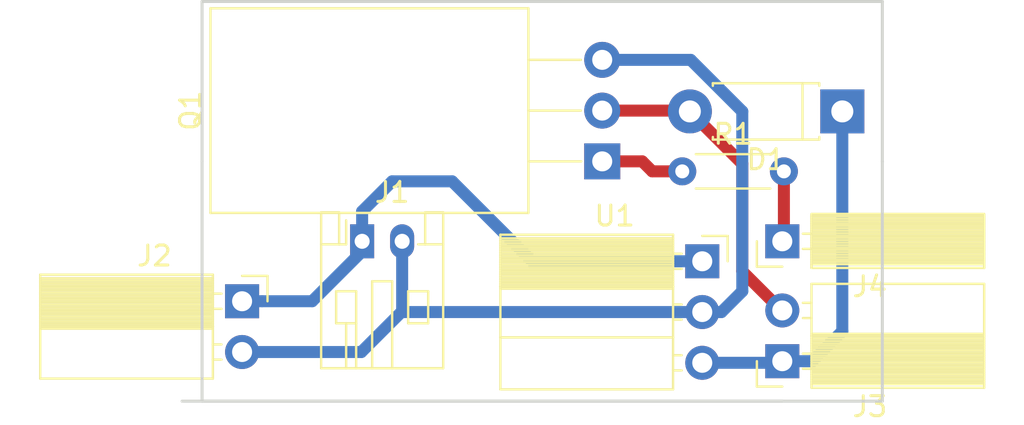
<source format=kicad_pcb>
(kicad_pcb (version 4) (host pcbnew 4.0.7)

  (general
    (links 11)
    (no_connects 0)
    (area 116.624761 88.784999 168.375239 110.625)
    (thickness 1.6)
    (drawings 7)
    (tracks 35)
    (zones 0)
    (modules 8)
    (nets 7)
  )

  (page A4)
  (layers
    (0 F.Cu signal)
    (31 B.Cu signal)
    (32 B.Adhes user)
    (33 F.Adhes user)
    (34 B.Paste user)
    (35 F.Paste user)
    (36 B.SilkS user)
    (37 F.SilkS user)
    (38 B.Mask user)
    (39 F.Mask user)
    (40 Dwgs.User user)
    (41 Cmts.User user)
    (42 Eco1.User user)
    (43 Eco2.User user)
    (44 Edge.Cuts user)
    (45 Margin user)
    (46 B.CrtYd user)
    (47 F.CrtYd user)
    (48 B.Fab user)
    (49 F.Fab user)
  )

  (setup
    (last_trace_width 0.6)
    (trace_clearance 0.4)
    (zone_clearance 0.508)
    (zone_45_only no)
    (trace_min 0.2)
    (segment_width 0.2)
    (edge_width 0.15)
    (via_size 0.6)
    (via_drill 0.4)
    (via_min_size 0.4)
    (via_min_drill 0.3)
    (uvia_size 0.3)
    (uvia_drill 0.1)
    (uvias_allowed no)
    (uvia_min_size 0.2)
    (uvia_min_drill 0.1)
    (pcb_text_width 0.3)
    (pcb_text_size 1.5 1.5)
    (mod_edge_width 0.15)
    (mod_text_size 1 1)
    (mod_text_width 0.15)
    (pad_size 1.524 1.524)
    (pad_drill 0.762)
    (pad_to_mask_clearance 0.2)
    (aux_axis_origin 0 0)
    (visible_elements FFFFFF7F)
    (pcbplotparams
      (layerselection 0x00030_80000001)
      (usegerberextensions false)
      (excludeedgelayer true)
      (linewidth 0.100000)
      (plotframeref false)
      (viasonmask false)
      (mode 1)
      (useauxorigin false)
      (hpglpennumber 1)
      (hpglpenspeed 20)
      (hpglpendiameter 15)
      (hpglpenoverlay 2)
      (psnegative false)
      (psa4output false)
      (plotreference true)
      (plotvalue true)
      (plotinvisibletext false)
      (padsonsilk false)
      (subtractmaskfromsilk false)
      (outputformat 1)
      (mirror false)
      (drillshape 1)
      (scaleselection 1)
      (outputdirectory ""))
  )

  (net 0 "")
  (net 1 +3V8)
  (net 2 GND)
  (net 3 "Net-(D1-Pad1)")
  (net 4 "Net-(D1-Pad2)")
  (net 5 "Net-(J4-Pad1)")
  (net 6 "Net-(Q1-Pad1)")

  (net_class Default "This is the default net class."
    (clearance 0.4)
    (trace_width 0.6)
    (via_dia 0.6)
    (via_drill 0.4)
    (uvia_dia 0.3)
    (uvia_drill 0.1)
    (add_net +3V8)
    (add_net GND)
    (add_net "Net-(D1-Pad1)")
    (add_net "Net-(D1-Pad2)")
    (add_net "Net-(J4-Pad1)")
    (add_net "Net-(Q1-Pad1)")
  )

  (module Connectors_JST:JST_PH_S2B-PH-K_02x2.00mm_Angled (layer F.Cu) (tedit 58D3FE32) (tstamp 5A0C6BBD)
    (at 135 101)
    (descr "JST PH series connector, S2B-PH-K, side entry type, through hole, Datasheet: http://www.jst-mfg.com/product/pdf/eng/ePH.pdf")
    (tags "connector jst ph")
    (path /5A0C656A)
    (fp_text reference J1 (at 1.5 -2.45) (layer F.SilkS)
      (effects (font (size 1 1) (thickness 0.15)))
    )
    (fp_text value Conn_01x02_Male (at 1 7.25) (layer F.Fab)
      (effects (font (size 1 1) (thickness 0.15)))
    )
    (fp_line (start 0.5 6.35) (end 0.5 2) (layer F.SilkS) (width 0.12))
    (fp_line (start 0.5 2) (end 1.5 2) (layer F.SilkS) (width 0.12))
    (fp_line (start 1.5 2) (end 1.5 6.35) (layer F.SilkS) (width 0.12))
    (fp_line (start -0.8 0.15) (end -1.15 0.15) (layer F.SilkS) (width 0.12))
    (fp_line (start -1.15 0.15) (end -1.15 -1.45) (layer F.SilkS) (width 0.12))
    (fp_line (start -1.15 -1.45) (end -2.05 -1.45) (layer F.SilkS) (width 0.12))
    (fp_line (start -2.05 -1.45) (end -2.05 6.35) (layer F.SilkS) (width 0.12))
    (fp_line (start -2.05 6.35) (end 4.05 6.35) (layer F.SilkS) (width 0.12))
    (fp_line (start 4.05 6.35) (end 4.05 -1.45) (layer F.SilkS) (width 0.12))
    (fp_line (start 4.05 -1.45) (end 3.15 -1.45) (layer F.SilkS) (width 0.12))
    (fp_line (start 3.15 -1.45) (end 3.15 0.15) (layer F.SilkS) (width 0.12))
    (fp_line (start 3.15 0.15) (end 2.8 0.15) (layer F.SilkS) (width 0.12))
    (fp_line (start -2.05 0.15) (end -1.15 0.15) (layer F.SilkS) (width 0.12))
    (fp_line (start 4.05 0.15) (end 3.15 0.15) (layer F.SilkS) (width 0.12))
    (fp_line (start -1.3 2.5) (end -1.3 4.1) (layer F.SilkS) (width 0.12))
    (fp_line (start -1.3 4.1) (end -0.3 4.1) (layer F.SilkS) (width 0.12))
    (fp_line (start -0.3 4.1) (end -0.3 2.5) (layer F.SilkS) (width 0.12))
    (fp_line (start -0.3 2.5) (end -1.3 2.5) (layer F.SilkS) (width 0.12))
    (fp_line (start 3.3 2.5) (end 3.3 4.1) (layer F.SilkS) (width 0.12))
    (fp_line (start 3.3 4.1) (end 2.3 4.1) (layer F.SilkS) (width 0.12))
    (fp_line (start 2.3 4.1) (end 2.3 2.5) (layer F.SilkS) (width 0.12))
    (fp_line (start 2.3 2.5) (end 3.3 2.5) (layer F.SilkS) (width 0.12))
    (fp_line (start -0.3 4.1) (end -0.3 6.35) (layer F.SilkS) (width 0.12))
    (fp_line (start -0.8 4.1) (end -0.8 6.35) (layer F.SilkS) (width 0.12))
    (fp_line (start -2.45 -1.85) (end -2.45 6.75) (layer F.CrtYd) (width 0.05))
    (fp_line (start -2.45 6.75) (end 4.45 6.75) (layer F.CrtYd) (width 0.05))
    (fp_line (start 4.45 6.75) (end 4.45 -1.85) (layer F.CrtYd) (width 0.05))
    (fp_line (start 4.45 -1.85) (end -2.45 -1.85) (layer F.CrtYd) (width 0.05))
    (fp_line (start -1.25 0.25) (end -1.25 -1.35) (layer F.Fab) (width 0.1))
    (fp_line (start -1.25 -1.35) (end -1.95 -1.35) (layer F.Fab) (width 0.1))
    (fp_line (start -1.95 -1.35) (end -1.95 6.25) (layer F.Fab) (width 0.1))
    (fp_line (start -1.95 6.25) (end 3.95 6.25) (layer F.Fab) (width 0.1))
    (fp_line (start 3.95 6.25) (end 3.95 -1.35) (layer F.Fab) (width 0.1))
    (fp_line (start 3.95 -1.35) (end 3.25 -1.35) (layer F.Fab) (width 0.1))
    (fp_line (start 3.25 -1.35) (end 3.25 0.25) (layer F.Fab) (width 0.1))
    (fp_line (start 3.25 0.25) (end -1.25 0.25) (layer F.Fab) (width 0.1))
    (fp_line (start -0.8 0.15) (end -0.8 -1.05) (layer F.SilkS) (width 0.12))
    (fp_line (start 0 0.85) (end -0.5 1.35) (layer F.Fab) (width 0.1))
    (fp_line (start -0.5 1.35) (end 0.5 1.35) (layer F.Fab) (width 0.1))
    (fp_line (start 0.5 1.35) (end 0 0.85) (layer F.Fab) (width 0.1))
    (fp_text user %R (at 1 2.5) (layer F.Fab)
      (effects (font (size 1 1) (thickness 0.15)))
    )
    (pad 1 thru_hole rect (at 0 0) (size 1.2 1.7) (drill 0.75) (layers *.Cu *.Mask)
      (net 1 +3V8))
    (pad 2 thru_hole oval (at 2 0) (size 1.2 1.7) (drill 0.75) (layers *.Cu *.Mask)
      (net 2 GND))
    (model ${KISYS3DMOD}/Connectors_JST.3dshapes/JST_PH_S2B-PH-K_02x2.00mm_Angled.wrl
      (at (xyz 0 0 0))
      (scale (xyz 1 1 1))
      (rotate (xyz 0 0 0))
    )
  )

  (module Socket_Strips:Socket_Strip_Angled_1x02_Pitch2.54mm (layer F.Cu) (tedit 58CD5446) (tstamp 5A0C6BFC)
    (at 129 104)
    (descr "Through hole angled socket strip, 1x02, 2.54mm pitch, 8.51mm socket length, single row")
    (tags "Through hole angled socket strip THT 1x02 2.54mm single row")
    (path /5A0C658C)
    (fp_text reference J2 (at -4.38 -2.27) (layer F.SilkS)
      (effects (font (size 1 1) (thickness 0.15)))
    )
    (fp_text value Conn_01x02_Female (at -4.38 4.81) (layer F.Fab)
      (effects (font (size 1 1) (thickness 0.15)))
    )
    (fp_line (start -1.52 -1.27) (end -1.52 1.27) (layer F.Fab) (width 0.1))
    (fp_line (start -1.52 1.27) (end -10.03 1.27) (layer F.Fab) (width 0.1))
    (fp_line (start -10.03 1.27) (end -10.03 -1.27) (layer F.Fab) (width 0.1))
    (fp_line (start -10.03 -1.27) (end -1.52 -1.27) (layer F.Fab) (width 0.1))
    (fp_line (start 0 -0.32) (end 0 0.32) (layer F.Fab) (width 0.1))
    (fp_line (start 0 0.32) (end -1.52 0.32) (layer F.Fab) (width 0.1))
    (fp_line (start -1.52 0.32) (end -1.52 -0.32) (layer F.Fab) (width 0.1))
    (fp_line (start -1.52 -0.32) (end 0 -0.32) (layer F.Fab) (width 0.1))
    (fp_line (start -1.52 1.27) (end -1.52 3.81) (layer F.Fab) (width 0.1))
    (fp_line (start -1.52 3.81) (end -10.03 3.81) (layer F.Fab) (width 0.1))
    (fp_line (start -10.03 3.81) (end -10.03 1.27) (layer F.Fab) (width 0.1))
    (fp_line (start -10.03 1.27) (end -1.52 1.27) (layer F.Fab) (width 0.1))
    (fp_line (start 0 2.22) (end 0 2.86) (layer F.Fab) (width 0.1))
    (fp_line (start 0 2.86) (end -1.52 2.86) (layer F.Fab) (width 0.1))
    (fp_line (start -1.52 2.86) (end -1.52 2.22) (layer F.Fab) (width 0.1))
    (fp_line (start -1.52 2.22) (end 0 2.22) (layer F.Fab) (width 0.1))
    (fp_line (start -1.46 -1.33) (end -1.46 1.27) (layer F.SilkS) (width 0.12))
    (fp_line (start -1.46 1.27) (end -10.09 1.27) (layer F.SilkS) (width 0.12))
    (fp_line (start -10.09 1.27) (end -10.09 -1.33) (layer F.SilkS) (width 0.12))
    (fp_line (start -10.09 -1.33) (end -1.46 -1.33) (layer F.SilkS) (width 0.12))
    (fp_line (start -1.03 -0.38) (end -1.46 -0.38) (layer F.SilkS) (width 0.12))
    (fp_line (start -1.03 0.38) (end -1.46 0.38) (layer F.SilkS) (width 0.12))
    (fp_line (start -1.46 -1.15) (end -10.09 -1.15) (layer F.SilkS) (width 0.12))
    (fp_line (start -1.46 -1.03) (end -10.09 -1.03) (layer F.SilkS) (width 0.12))
    (fp_line (start -1.46 -0.91) (end -10.09 -0.91) (layer F.SilkS) (width 0.12))
    (fp_line (start -1.46 -0.79) (end -10.09 -0.79) (layer F.SilkS) (width 0.12))
    (fp_line (start -1.46 -0.67) (end -10.09 -0.67) (layer F.SilkS) (width 0.12))
    (fp_line (start -1.46 -0.55) (end -10.09 -0.55) (layer F.SilkS) (width 0.12))
    (fp_line (start -1.46 -0.43) (end -10.09 -0.43) (layer F.SilkS) (width 0.12))
    (fp_line (start -1.46 -0.31) (end -10.09 -0.31) (layer F.SilkS) (width 0.12))
    (fp_line (start -1.46 -0.19) (end -10.09 -0.19) (layer F.SilkS) (width 0.12))
    (fp_line (start -1.46 -0.07) (end -10.09 -0.07) (layer F.SilkS) (width 0.12))
    (fp_line (start -1.46 0.05) (end -10.09 0.05) (layer F.SilkS) (width 0.12))
    (fp_line (start -1.46 0.17) (end -10.09 0.17) (layer F.SilkS) (width 0.12))
    (fp_line (start -1.46 0.29) (end -10.09 0.29) (layer F.SilkS) (width 0.12))
    (fp_line (start -1.46 0.41) (end -10.09 0.41) (layer F.SilkS) (width 0.12))
    (fp_line (start -1.46 0.53) (end -10.09 0.53) (layer F.SilkS) (width 0.12))
    (fp_line (start -1.46 0.65) (end -10.09 0.65) (layer F.SilkS) (width 0.12))
    (fp_line (start -1.46 0.77) (end -10.09 0.77) (layer F.SilkS) (width 0.12))
    (fp_line (start -1.46 0.89) (end -10.09 0.89) (layer F.SilkS) (width 0.12))
    (fp_line (start -1.46 1.01) (end -10.09 1.01) (layer F.SilkS) (width 0.12))
    (fp_line (start -1.46 1.13) (end -10.09 1.13) (layer F.SilkS) (width 0.12))
    (fp_line (start -1.46 1.25) (end -10.09 1.25) (layer F.SilkS) (width 0.12))
    (fp_line (start -1.46 1.37) (end -10.09 1.37) (layer F.SilkS) (width 0.12))
    (fp_line (start -1.46 1.27) (end -1.46 3.87) (layer F.SilkS) (width 0.12))
    (fp_line (start -1.46 3.87) (end -10.09 3.87) (layer F.SilkS) (width 0.12))
    (fp_line (start -10.09 3.87) (end -10.09 1.27) (layer F.SilkS) (width 0.12))
    (fp_line (start -10.09 1.27) (end -1.46 1.27) (layer F.SilkS) (width 0.12))
    (fp_line (start -1.03 2.16) (end -1.46 2.16) (layer F.SilkS) (width 0.12))
    (fp_line (start -1.03 2.92) (end -1.46 2.92) (layer F.SilkS) (width 0.12))
    (fp_line (start 0 -1.27) (end 1.27 -1.27) (layer F.SilkS) (width 0.12))
    (fp_line (start 1.27 -1.27) (end 1.27 0) (layer F.SilkS) (width 0.12))
    (fp_line (start 1.8 -1.8) (end 1.8 4.35) (layer F.CrtYd) (width 0.05))
    (fp_line (start 1.8 4.35) (end -10.55 4.35) (layer F.CrtYd) (width 0.05))
    (fp_line (start -10.55 4.35) (end -10.55 -1.8) (layer F.CrtYd) (width 0.05))
    (fp_line (start -10.55 -1.8) (end 1.8 -1.8) (layer F.CrtYd) (width 0.05))
    (fp_text user %R (at -4.38 -2.27) (layer F.Fab)
      (effects (font (size 1 1) (thickness 0.15)))
    )
    (pad 1 thru_hole rect (at 0 0) (size 1.7 1.7) (drill 1) (layers *.Cu *.Mask)
      (net 1 +3V8))
    (pad 2 thru_hole oval (at 0 2.54) (size 1.7 1.7) (drill 1) (layers *.Cu *.Mask)
      (net 2 GND))
    (model ${KISYS3DMOD}/Socket_Strips.3dshapes/Socket_Strip_Angled_1x02_Pitch2.54mm.wrl
      (at (xyz 0 -0.05 0))
      (scale (xyz 1 1 1))
      (rotate (xyz 0 0 270))
    )
  )

  (module Socket_Strips:Socket_Strip_Angled_1x02_Pitch2.54mm (layer F.Cu) (tedit 58CD5446) (tstamp 5A0C6C3B)
    (at 156 107 180)
    (descr "Through hole angled socket strip, 1x02, 2.54mm pitch, 8.51mm socket length, single row")
    (tags "Through hole angled socket strip THT 1x02 2.54mm single row")
    (path /5A0C65C2)
    (fp_text reference J3 (at -4.38 -2.27 180) (layer F.SilkS)
      (effects (font (size 1 1) (thickness 0.15)))
    )
    (fp_text value Conn_01x02_Female (at -4.38 4.81 180) (layer F.Fab)
      (effects (font (size 1 1) (thickness 0.15)))
    )
    (fp_line (start -1.52 -1.27) (end -1.52 1.27) (layer F.Fab) (width 0.1))
    (fp_line (start -1.52 1.27) (end -10.03 1.27) (layer F.Fab) (width 0.1))
    (fp_line (start -10.03 1.27) (end -10.03 -1.27) (layer F.Fab) (width 0.1))
    (fp_line (start -10.03 -1.27) (end -1.52 -1.27) (layer F.Fab) (width 0.1))
    (fp_line (start 0 -0.32) (end 0 0.32) (layer F.Fab) (width 0.1))
    (fp_line (start 0 0.32) (end -1.52 0.32) (layer F.Fab) (width 0.1))
    (fp_line (start -1.52 0.32) (end -1.52 -0.32) (layer F.Fab) (width 0.1))
    (fp_line (start -1.52 -0.32) (end 0 -0.32) (layer F.Fab) (width 0.1))
    (fp_line (start -1.52 1.27) (end -1.52 3.81) (layer F.Fab) (width 0.1))
    (fp_line (start -1.52 3.81) (end -10.03 3.81) (layer F.Fab) (width 0.1))
    (fp_line (start -10.03 3.81) (end -10.03 1.27) (layer F.Fab) (width 0.1))
    (fp_line (start -10.03 1.27) (end -1.52 1.27) (layer F.Fab) (width 0.1))
    (fp_line (start 0 2.22) (end 0 2.86) (layer F.Fab) (width 0.1))
    (fp_line (start 0 2.86) (end -1.52 2.86) (layer F.Fab) (width 0.1))
    (fp_line (start -1.52 2.86) (end -1.52 2.22) (layer F.Fab) (width 0.1))
    (fp_line (start -1.52 2.22) (end 0 2.22) (layer F.Fab) (width 0.1))
    (fp_line (start -1.46 -1.33) (end -1.46 1.27) (layer F.SilkS) (width 0.12))
    (fp_line (start -1.46 1.27) (end -10.09 1.27) (layer F.SilkS) (width 0.12))
    (fp_line (start -10.09 1.27) (end -10.09 -1.33) (layer F.SilkS) (width 0.12))
    (fp_line (start -10.09 -1.33) (end -1.46 -1.33) (layer F.SilkS) (width 0.12))
    (fp_line (start -1.03 -0.38) (end -1.46 -0.38) (layer F.SilkS) (width 0.12))
    (fp_line (start -1.03 0.38) (end -1.46 0.38) (layer F.SilkS) (width 0.12))
    (fp_line (start -1.46 -1.15) (end -10.09 -1.15) (layer F.SilkS) (width 0.12))
    (fp_line (start -1.46 -1.03) (end -10.09 -1.03) (layer F.SilkS) (width 0.12))
    (fp_line (start -1.46 -0.91) (end -10.09 -0.91) (layer F.SilkS) (width 0.12))
    (fp_line (start -1.46 -0.79) (end -10.09 -0.79) (layer F.SilkS) (width 0.12))
    (fp_line (start -1.46 -0.67) (end -10.09 -0.67) (layer F.SilkS) (width 0.12))
    (fp_line (start -1.46 -0.55) (end -10.09 -0.55) (layer F.SilkS) (width 0.12))
    (fp_line (start -1.46 -0.43) (end -10.09 -0.43) (layer F.SilkS) (width 0.12))
    (fp_line (start -1.46 -0.31) (end -10.09 -0.31) (layer F.SilkS) (width 0.12))
    (fp_line (start -1.46 -0.19) (end -10.09 -0.19) (layer F.SilkS) (width 0.12))
    (fp_line (start -1.46 -0.07) (end -10.09 -0.07) (layer F.SilkS) (width 0.12))
    (fp_line (start -1.46 0.05) (end -10.09 0.05) (layer F.SilkS) (width 0.12))
    (fp_line (start -1.46 0.17) (end -10.09 0.17) (layer F.SilkS) (width 0.12))
    (fp_line (start -1.46 0.29) (end -10.09 0.29) (layer F.SilkS) (width 0.12))
    (fp_line (start -1.46 0.41) (end -10.09 0.41) (layer F.SilkS) (width 0.12))
    (fp_line (start -1.46 0.53) (end -10.09 0.53) (layer F.SilkS) (width 0.12))
    (fp_line (start -1.46 0.65) (end -10.09 0.65) (layer F.SilkS) (width 0.12))
    (fp_line (start -1.46 0.77) (end -10.09 0.77) (layer F.SilkS) (width 0.12))
    (fp_line (start -1.46 0.89) (end -10.09 0.89) (layer F.SilkS) (width 0.12))
    (fp_line (start -1.46 1.01) (end -10.09 1.01) (layer F.SilkS) (width 0.12))
    (fp_line (start -1.46 1.13) (end -10.09 1.13) (layer F.SilkS) (width 0.12))
    (fp_line (start -1.46 1.25) (end -10.09 1.25) (layer F.SilkS) (width 0.12))
    (fp_line (start -1.46 1.37) (end -10.09 1.37) (layer F.SilkS) (width 0.12))
    (fp_line (start -1.46 1.27) (end -1.46 3.87) (layer F.SilkS) (width 0.12))
    (fp_line (start -1.46 3.87) (end -10.09 3.87) (layer F.SilkS) (width 0.12))
    (fp_line (start -10.09 3.87) (end -10.09 1.27) (layer F.SilkS) (width 0.12))
    (fp_line (start -10.09 1.27) (end -1.46 1.27) (layer F.SilkS) (width 0.12))
    (fp_line (start -1.03 2.16) (end -1.46 2.16) (layer F.SilkS) (width 0.12))
    (fp_line (start -1.03 2.92) (end -1.46 2.92) (layer F.SilkS) (width 0.12))
    (fp_line (start 0 -1.27) (end 1.27 -1.27) (layer F.SilkS) (width 0.12))
    (fp_line (start 1.27 -1.27) (end 1.27 0) (layer F.SilkS) (width 0.12))
    (fp_line (start 1.8 -1.8) (end 1.8 4.35) (layer F.CrtYd) (width 0.05))
    (fp_line (start 1.8 4.35) (end -10.55 4.35) (layer F.CrtYd) (width 0.05))
    (fp_line (start -10.55 4.35) (end -10.55 -1.8) (layer F.CrtYd) (width 0.05))
    (fp_line (start -10.55 -1.8) (end 1.8 -1.8) (layer F.CrtYd) (width 0.05))
    (fp_text user %R (at -4.38 -2.27 180) (layer F.Fab)
      (effects (font (size 1 1) (thickness 0.15)))
    )
    (pad 1 thru_hole rect (at 0 0 180) (size 1.7 1.7) (drill 1) (layers *.Cu *.Mask)
      (net 3 "Net-(D1-Pad1)"))
    (pad 2 thru_hole oval (at 0 2.54 180) (size 1.7 1.7) (drill 1) (layers *.Cu *.Mask)
      (net 4 "Net-(D1-Pad2)"))
    (model ${KISYS3DMOD}/Socket_Strips.3dshapes/Socket_Strip_Angled_1x02_Pitch2.54mm.wrl
      (at (xyz 0 -0.05 0))
      (scale (xyz 1 1 1))
      (rotate (xyz 0 0 270))
    )
  )

  (module Socket_Strips:Socket_Strip_Angled_1x03_Pitch2.54mm (layer F.Cu) (tedit 58CD5446) (tstamp 5A0C6C89)
    (at 152 102)
    (descr "Through hole angled socket strip, 1x03, 2.54mm pitch, 8.51mm socket length, single row")
    (tags "Through hole angled socket strip THT 1x03 2.54mm single row")
    (path /5A0E19DF)
    (fp_text reference U1 (at -4.38 -2.27) (layer F.SilkS)
      (effects (font (size 1 1) (thickness 0.15)))
    )
    (fp_text value NCP1402 (at -4.38 7.35) (layer F.Fab)
      (effects (font (size 1 1) (thickness 0.15)))
    )
    (fp_line (start -1.52 -1.27) (end -1.52 1.27) (layer F.Fab) (width 0.1))
    (fp_line (start -1.52 1.27) (end -10.03 1.27) (layer F.Fab) (width 0.1))
    (fp_line (start -10.03 1.27) (end -10.03 -1.27) (layer F.Fab) (width 0.1))
    (fp_line (start -10.03 -1.27) (end -1.52 -1.27) (layer F.Fab) (width 0.1))
    (fp_line (start 0 -0.32) (end 0 0.32) (layer F.Fab) (width 0.1))
    (fp_line (start 0 0.32) (end -1.52 0.32) (layer F.Fab) (width 0.1))
    (fp_line (start -1.52 0.32) (end -1.52 -0.32) (layer F.Fab) (width 0.1))
    (fp_line (start -1.52 -0.32) (end 0 -0.32) (layer F.Fab) (width 0.1))
    (fp_line (start -1.52 1.27) (end -1.52 3.81) (layer F.Fab) (width 0.1))
    (fp_line (start -1.52 3.81) (end -10.03 3.81) (layer F.Fab) (width 0.1))
    (fp_line (start -10.03 3.81) (end -10.03 1.27) (layer F.Fab) (width 0.1))
    (fp_line (start -10.03 1.27) (end -1.52 1.27) (layer F.Fab) (width 0.1))
    (fp_line (start 0 2.22) (end 0 2.86) (layer F.Fab) (width 0.1))
    (fp_line (start 0 2.86) (end -1.52 2.86) (layer F.Fab) (width 0.1))
    (fp_line (start -1.52 2.86) (end -1.52 2.22) (layer F.Fab) (width 0.1))
    (fp_line (start -1.52 2.22) (end 0 2.22) (layer F.Fab) (width 0.1))
    (fp_line (start -1.52 3.81) (end -1.52 6.35) (layer F.Fab) (width 0.1))
    (fp_line (start -1.52 6.35) (end -10.03 6.35) (layer F.Fab) (width 0.1))
    (fp_line (start -10.03 6.35) (end -10.03 3.81) (layer F.Fab) (width 0.1))
    (fp_line (start -10.03 3.81) (end -1.52 3.81) (layer F.Fab) (width 0.1))
    (fp_line (start 0 4.76) (end 0 5.4) (layer F.Fab) (width 0.1))
    (fp_line (start 0 5.4) (end -1.52 5.4) (layer F.Fab) (width 0.1))
    (fp_line (start -1.52 5.4) (end -1.52 4.76) (layer F.Fab) (width 0.1))
    (fp_line (start -1.52 4.76) (end 0 4.76) (layer F.Fab) (width 0.1))
    (fp_line (start -1.46 -1.33) (end -1.46 1.27) (layer F.SilkS) (width 0.12))
    (fp_line (start -1.46 1.27) (end -10.09 1.27) (layer F.SilkS) (width 0.12))
    (fp_line (start -10.09 1.27) (end -10.09 -1.33) (layer F.SilkS) (width 0.12))
    (fp_line (start -10.09 -1.33) (end -1.46 -1.33) (layer F.SilkS) (width 0.12))
    (fp_line (start -1.03 -0.38) (end -1.46 -0.38) (layer F.SilkS) (width 0.12))
    (fp_line (start -1.03 0.38) (end -1.46 0.38) (layer F.SilkS) (width 0.12))
    (fp_line (start -1.46 -1.15) (end -10.09 -1.15) (layer F.SilkS) (width 0.12))
    (fp_line (start -1.46 -1.03) (end -10.09 -1.03) (layer F.SilkS) (width 0.12))
    (fp_line (start -1.46 -0.91) (end -10.09 -0.91) (layer F.SilkS) (width 0.12))
    (fp_line (start -1.46 -0.79) (end -10.09 -0.79) (layer F.SilkS) (width 0.12))
    (fp_line (start -1.46 -0.67) (end -10.09 -0.67) (layer F.SilkS) (width 0.12))
    (fp_line (start -1.46 -0.55) (end -10.09 -0.55) (layer F.SilkS) (width 0.12))
    (fp_line (start -1.46 -0.43) (end -10.09 -0.43) (layer F.SilkS) (width 0.12))
    (fp_line (start -1.46 -0.31) (end -10.09 -0.31) (layer F.SilkS) (width 0.12))
    (fp_line (start -1.46 -0.19) (end -10.09 -0.19) (layer F.SilkS) (width 0.12))
    (fp_line (start -1.46 -0.07) (end -10.09 -0.07) (layer F.SilkS) (width 0.12))
    (fp_line (start -1.46 0.05) (end -10.09 0.05) (layer F.SilkS) (width 0.12))
    (fp_line (start -1.46 0.17) (end -10.09 0.17) (layer F.SilkS) (width 0.12))
    (fp_line (start -1.46 0.29) (end -10.09 0.29) (layer F.SilkS) (width 0.12))
    (fp_line (start -1.46 0.41) (end -10.09 0.41) (layer F.SilkS) (width 0.12))
    (fp_line (start -1.46 0.53) (end -10.09 0.53) (layer F.SilkS) (width 0.12))
    (fp_line (start -1.46 0.65) (end -10.09 0.65) (layer F.SilkS) (width 0.12))
    (fp_line (start -1.46 0.77) (end -10.09 0.77) (layer F.SilkS) (width 0.12))
    (fp_line (start -1.46 0.89) (end -10.09 0.89) (layer F.SilkS) (width 0.12))
    (fp_line (start -1.46 1.01) (end -10.09 1.01) (layer F.SilkS) (width 0.12))
    (fp_line (start -1.46 1.13) (end -10.09 1.13) (layer F.SilkS) (width 0.12))
    (fp_line (start -1.46 1.25) (end -10.09 1.25) (layer F.SilkS) (width 0.12))
    (fp_line (start -1.46 1.37) (end -10.09 1.37) (layer F.SilkS) (width 0.12))
    (fp_line (start -1.46 1.27) (end -1.46 3.81) (layer F.SilkS) (width 0.12))
    (fp_line (start -1.46 3.81) (end -10.09 3.81) (layer F.SilkS) (width 0.12))
    (fp_line (start -10.09 3.81) (end -10.09 1.27) (layer F.SilkS) (width 0.12))
    (fp_line (start -10.09 1.27) (end -1.46 1.27) (layer F.SilkS) (width 0.12))
    (fp_line (start -1.03 2.16) (end -1.46 2.16) (layer F.SilkS) (width 0.12))
    (fp_line (start -1.03 2.92) (end -1.46 2.92) (layer F.SilkS) (width 0.12))
    (fp_line (start -1.46 3.81) (end -1.46 6.41) (layer F.SilkS) (width 0.12))
    (fp_line (start -1.46 6.41) (end -10.09 6.41) (layer F.SilkS) (width 0.12))
    (fp_line (start -10.09 6.41) (end -10.09 3.81) (layer F.SilkS) (width 0.12))
    (fp_line (start -10.09 3.81) (end -1.46 3.81) (layer F.SilkS) (width 0.12))
    (fp_line (start -1.03 4.7) (end -1.46 4.7) (layer F.SilkS) (width 0.12))
    (fp_line (start -1.03 5.46) (end -1.46 5.46) (layer F.SilkS) (width 0.12))
    (fp_line (start 0 -1.27) (end 1.27 -1.27) (layer F.SilkS) (width 0.12))
    (fp_line (start 1.27 -1.27) (end 1.27 0) (layer F.SilkS) (width 0.12))
    (fp_line (start 1.8 -1.8) (end 1.8 6.85) (layer F.CrtYd) (width 0.05))
    (fp_line (start 1.8 6.85) (end -10.55 6.85) (layer F.CrtYd) (width 0.05))
    (fp_line (start -10.55 6.85) (end -10.55 -1.8) (layer F.CrtYd) (width 0.05))
    (fp_line (start -10.55 -1.8) (end 1.8 -1.8) (layer F.CrtYd) (width 0.05))
    (fp_text user %R (at -4.38 -2.27) (layer F.Fab)
      (effects (font (size 1 1) (thickness 0.15)))
    )
    (pad 1 thru_hole rect (at 0 0) (size 1.7 1.7) (drill 1) (layers *.Cu *.Mask)
      (net 1 +3V8))
    (pad 2 thru_hole oval (at 0 2.54) (size 1.7 1.7) (drill 1) (layers *.Cu *.Mask)
      (net 2 GND))
    (pad 3 thru_hole oval (at 0 5.08) (size 1.7 1.7) (drill 1) (layers *.Cu *.Mask)
      (net 3 "Net-(D1-Pad1)"))
    (model ${KISYS3DMOD}/Socket_Strips.3dshapes/Socket_Strip_Angled_1x03_Pitch2.54mm.wrl
      (at (xyz 0 -0.1 0))
      (scale (xyz 1 1 1))
      (rotate (xyz 0 0 270))
    )
  )

  (module Diodes_THT:D_DO-41_SOD81_P7.62mm_Horizontal (layer F.Cu) (tedit 5921392F) (tstamp 5A0E130E)
    (at 159 94.5 180)
    (descr "D, DO-41_SOD81 series, Axial, Horizontal, pin pitch=7.62mm, , length*diameter=5.2*2.7mm^2, , http://www.diodes.com/_files/packages/DO-41%20(Plastic).pdf")
    (tags "D DO-41_SOD81 series Axial Horizontal pin pitch 7.62mm  length 5.2mm diameter 2.7mm")
    (path /5A0E0EBF)
    (fp_text reference D1 (at 3.81 -2.41 180) (layer F.SilkS)
      (effects (font (size 1 1) (thickness 0.15)))
    )
    (fp_text value D (at 3.81 2.41 180) (layer F.Fab)
      (effects (font (size 1 1) (thickness 0.15)))
    )
    (fp_text user %R (at 3.81 0 180) (layer F.Fab)
      (effects (font (size 1 1) (thickness 0.15)))
    )
    (fp_line (start 1.21 -1.35) (end 1.21 1.35) (layer F.Fab) (width 0.1))
    (fp_line (start 1.21 1.35) (end 6.41 1.35) (layer F.Fab) (width 0.1))
    (fp_line (start 6.41 1.35) (end 6.41 -1.35) (layer F.Fab) (width 0.1))
    (fp_line (start 6.41 -1.35) (end 1.21 -1.35) (layer F.Fab) (width 0.1))
    (fp_line (start 0 0) (end 1.21 0) (layer F.Fab) (width 0.1))
    (fp_line (start 7.62 0) (end 6.41 0) (layer F.Fab) (width 0.1))
    (fp_line (start 1.99 -1.35) (end 1.99 1.35) (layer F.Fab) (width 0.1))
    (fp_line (start 1.15 -1.28) (end 1.15 -1.41) (layer F.SilkS) (width 0.12))
    (fp_line (start 1.15 -1.41) (end 6.47 -1.41) (layer F.SilkS) (width 0.12))
    (fp_line (start 6.47 -1.41) (end 6.47 -1.28) (layer F.SilkS) (width 0.12))
    (fp_line (start 1.15 1.28) (end 1.15 1.41) (layer F.SilkS) (width 0.12))
    (fp_line (start 1.15 1.41) (end 6.47 1.41) (layer F.SilkS) (width 0.12))
    (fp_line (start 6.47 1.41) (end 6.47 1.28) (layer F.SilkS) (width 0.12))
    (fp_line (start 1.99 -1.41) (end 1.99 1.41) (layer F.SilkS) (width 0.12))
    (fp_line (start -1.35 -1.7) (end -1.35 1.7) (layer F.CrtYd) (width 0.05))
    (fp_line (start -1.35 1.7) (end 9 1.7) (layer F.CrtYd) (width 0.05))
    (fp_line (start 9 1.7) (end 9 -1.7) (layer F.CrtYd) (width 0.05))
    (fp_line (start 9 -1.7) (end -1.35 -1.7) (layer F.CrtYd) (width 0.05))
    (pad 1 thru_hole rect (at 0 0 180) (size 2.2 2.2) (drill 1.1) (layers *.Cu *.Mask)
      (net 3 "Net-(D1-Pad1)"))
    (pad 2 thru_hole oval (at 7.62 0 180) (size 2.2 2.2) (drill 1.1) (layers *.Cu *.Mask)
      (net 4 "Net-(D1-Pad2)"))
    (model ${KISYS3DMOD}/Diodes_THT.3dshapes/D_DO-41_SOD81_P7.62mm_Horizontal.wrl
      (at (xyz 0 0 0))
      (scale (xyz 0.393701 0.393701 0.393701))
      (rotate (xyz 0 0 0))
    )
  )

  (module Socket_Strips:Socket_Strip_Angled_1x01_Pitch2.54mm (layer F.Cu) (tedit 58CD5446) (tstamp 5A0E1342)
    (at 156 101 180)
    (descr "Through hole angled socket strip, 1x01, 2.54mm pitch, 8.51mm socket length, single row")
    (tags "Through hole angled socket strip THT 1x01 2.54mm single row")
    (path /5A0E0D78)
    (fp_text reference J4 (at -4.38 -2.27 180) (layer F.SilkS)
      (effects (font (size 1 1) (thickness 0.15)))
    )
    (fp_text value Conn_01x01_Male (at -4.38 2.27 180) (layer F.Fab)
      (effects (font (size 1 1) (thickness 0.15)))
    )
    (fp_line (start -1.52 -1.27) (end -1.52 1.27) (layer F.Fab) (width 0.1))
    (fp_line (start -1.52 1.27) (end -10.03 1.27) (layer F.Fab) (width 0.1))
    (fp_line (start -10.03 1.27) (end -10.03 -1.27) (layer F.Fab) (width 0.1))
    (fp_line (start -10.03 -1.27) (end -1.52 -1.27) (layer F.Fab) (width 0.1))
    (fp_line (start 0 -0.32) (end 0 0.32) (layer F.Fab) (width 0.1))
    (fp_line (start 0 0.32) (end -1.52 0.32) (layer F.Fab) (width 0.1))
    (fp_line (start -1.52 0.32) (end -1.52 -0.32) (layer F.Fab) (width 0.1))
    (fp_line (start -1.52 -0.32) (end 0 -0.32) (layer F.Fab) (width 0.1))
    (fp_line (start -1.46 -1.33) (end -1.46 1.33) (layer F.SilkS) (width 0.12))
    (fp_line (start -1.46 1.33) (end -10.09 1.33) (layer F.SilkS) (width 0.12))
    (fp_line (start -10.09 1.33) (end -10.09 -1.33) (layer F.SilkS) (width 0.12))
    (fp_line (start -10.09 -1.33) (end -1.46 -1.33) (layer F.SilkS) (width 0.12))
    (fp_line (start -1.46 -1.33) (end -1.46 1.27) (layer F.SilkS) (width 0.12))
    (fp_line (start -1.46 1.27) (end -10.09 1.27) (layer F.SilkS) (width 0.12))
    (fp_line (start -10.09 1.27) (end -10.09 -1.33) (layer F.SilkS) (width 0.12))
    (fp_line (start -10.09 -1.33) (end -1.46 -1.33) (layer F.SilkS) (width 0.12))
    (fp_line (start -1.03 -0.38) (end -1.46 -0.38) (layer F.SilkS) (width 0.12))
    (fp_line (start -1.03 0.38) (end -1.46 0.38) (layer F.SilkS) (width 0.12))
    (fp_line (start -1.46 -1.15) (end -10.09 -1.15) (layer F.SilkS) (width 0.12))
    (fp_line (start -1.46 -1.03) (end -10.09 -1.03) (layer F.SilkS) (width 0.12))
    (fp_line (start -1.46 -0.91) (end -10.09 -0.91) (layer F.SilkS) (width 0.12))
    (fp_line (start -1.46 -0.79) (end -10.09 -0.79) (layer F.SilkS) (width 0.12))
    (fp_line (start -1.46 -0.67) (end -10.09 -0.67) (layer F.SilkS) (width 0.12))
    (fp_line (start -1.46 -0.55) (end -10.09 -0.55) (layer F.SilkS) (width 0.12))
    (fp_line (start -1.46 -0.43) (end -10.09 -0.43) (layer F.SilkS) (width 0.12))
    (fp_line (start -1.46 -0.31) (end -10.09 -0.31) (layer F.SilkS) (width 0.12))
    (fp_line (start -1.46 -0.19) (end -10.09 -0.19) (layer F.SilkS) (width 0.12))
    (fp_line (start -1.46 -0.07) (end -10.09 -0.07) (layer F.SilkS) (width 0.12))
    (fp_line (start -1.46 0.05) (end -10.09 0.05) (layer F.SilkS) (width 0.12))
    (fp_line (start -1.46 0.17) (end -10.09 0.17) (layer F.SilkS) (width 0.12))
    (fp_line (start -1.46 0.29) (end -10.09 0.29) (layer F.SilkS) (width 0.12))
    (fp_line (start -1.46 0.41) (end -10.09 0.41) (layer F.SilkS) (width 0.12))
    (fp_line (start -1.46 0.53) (end -10.09 0.53) (layer F.SilkS) (width 0.12))
    (fp_line (start -1.46 0.65) (end -10.09 0.65) (layer F.SilkS) (width 0.12))
    (fp_line (start -1.46 0.77) (end -10.09 0.77) (layer F.SilkS) (width 0.12))
    (fp_line (start -1.46 0.89) (end -10.09 0.89) (layer F.SilkS) (width 0.12))
    (fp_line (start -1.46 1.01) (end -10.09 1.01) (layer F.SilkS) (width 0.12))
    (fp_line (start -1.46 1.13) (end -10.09 1.13) (layer F.SilkS) (width 0.12))
    (fp_line (start -1.46 1.25) (end -10.09 1.25) (layer F.SilkS) (width 0.12))
    (fp_line (start -1.46 1.37) (end -10.09 1.37) (layer F.SilkS) (width 0.12))
    (fp_line (start 0 -1.27) (end 1.27 -1.27) (layer F.SilkS) (width 0.12))
    (fp_line (start 1.27 -1.27) (end 1.27 0) (layer F.SilkS) (width 0.12))
    (fp_line (start 1.8 -1.8) (end 1.8 1.8) (layer F.CrtYd) (width 0.05))
    (fp_line (start 1.8 1.8) (end -10.55 1.8) (layer F.CrtYd) (width 0.05))
    (fp_line (start -10.55 1.8) (end -10.55 -1.8) (layer F.CrtYd) (width 0.05))
    (fp_line (start -10.55 -1.8) (end 1.8 -1.8) (layer F.CrtYd) (width 0.05))
    (fp_text user %R (at -4.38 -2.27 180) (layer F.Fab)
      (effects (font (size 1 1) (thickness 0.15)))
    )
    (pad 1 thru_hole rect (at 0 0 180) (size 1.7 1.7) (drill 1) (layers *.Cu *.Mask)
      (net 5 "Net-(J4-Pad1)"))
    (model ${KISYS3DMOD}/Socket_Strips.3dshapes/Socket_Strip_Angled_1x01_Pitch2.54mm.wrl
      (at (xyz 0 0 0))
      (scale (xyz 1 1 1))
      (rotate (xyz 0 0 270))
    )
  )

  (module TO_SOT_Packages_THT:TO-220-3_Horizontal (layer F.Cu) (tedit 58CE52AD) (tstamp 5A0E1362)
    (at 147 97 90)
    (descr "TO-220-3, Horizontal, RM 2.54mm")
    (tags "TO-220-3 Horizontal RM 2.54mm")
    (path /5A0E0DB0)
    (fp_text reference Q1 (at 2.54 -20.58 90) (layer F.SilkS)
      (effects (font (size 1 1) (thickness 0.15)))
    )
    (fp_text value IRF540N (at 2.54 1.9 90) (layer F.Fab)
      (effects (font (size 1 1) (thickness 0.15)))
    )
    (fp_text user %R (at 2.54 -20.58 90) (layer F.Fab)
      (effects (font (size 1 1) (thickness 0.15)))
    )
    (fp_line (start -2.46 -13.06) (end -2.46 -19.46) (layer F.Fab) (width 0.1))
    (fp_line (start -2.46 -19.46) (end 7.54 -19.46) (layer F.Fab) (width 0.1))
    (fp_line (start 7.54 -19.46) (end 7.54 -13.06) (layer F.Fab) (width 0.1))
    (fp_line (start 7.54 -13.06) (end -2.46 -13.06) (layer F.Fab) (width 0.1))
    (fp_line (start -2.46 -3.81) (end -2.46 -13.06) (layer F.Fab) (width 0.1))
    (fp_line (start -2.46 -13.06) (end 7.54 -13.06) (layer F.Fab) (width 0.1))
    (fp_line (start 7.54 -13.06) (end 7.54 -3.81) (layer F.Fab) (width 0.1))
    (fp_line (start 7.54 -3.81) (end -2.46 -3.81) (layer F.Fab) (width 0.1))
    (fp_line (start 0 -3.81) (end 0 0) (layer F.Fab) (width 0.1))
    (fp_line (start 2.54 -3.81) (end 2.54 0) (layer F.Fab) (width 0.1))
    (fp_line (start 5.08 -3.81) (end 5.08 0) (layer F.Fab) (width 0.1))
    (fp_line (start -2.58 -3.69) (end 7.66 -3.69) (layer F.SilkS) (width 0.12))
    (fp_line (start -2.58 -19.58) (end 7.66 -19.58) (layer F.SilkS) (width 0.12))
    (fp_line (start -2.58 -19.58) (end -2.58 -3.69) (layer F.SilkS) (width 0.12))
    (fp_line (start 7.66 -19.58) (end 7.66 -3.69) (layer F.SilkS) (width 0.12))
    (fp_line (start 0 -3.69) (end 0 -1.05) (layer F.SilkS) (width 0.12))
    (fp_line (start 2.54 -3.69) (end 2.54 -1.066) (layer F.SilkS) (width 0.12))
    (fp_line (start 5.08 -3.69) (end 5.08 -1.066) (layer F.SilkS) (width 0.12))
    (fp_line (start -2.71 -19.71) (end -2.71 1.15) (layer F.CrtYd) (width 0.05))
    (fp_line (start -2.71 1.15) (end 7.79 1.15) (layer F.CrtYd) (width 0.05))
    (fp_line (start 7.79 1.15) (end 7.79 -19.71) (layer F.CrtYd) (width 0.05))
    (fp_line (start 7.79 -19.71) (end -2.71 -19.71) (layer F.CrtYd) (width 0.05))
    (fp_circle (center 2.54 -16.66) (end 4.39 -16.66) (layer F.Fab) (width 0.1))
    (pad 0 np_thru_hole oval (at 2.54 -16.66 90) (size 3.5 3.5) (drill 3.5) (layers *.Cu *.Mask))
    (pad 1 thru_hole rect (at 0 0 90) (size 1.8 1.8) (drill 1) (layers *.Cu *.Mask)
      (net 6 "Net-(Q1-Pad1)"))
    (pad 2 thru_hole oval (at 2.54 0 90) (size 1.8 1.8) (drill 1) (layers *.Cu *.Mask)
      (net 4 "Net-(D1-Pad2)"))
    (pad 3 thru_hole oval (at 5.08 0 90) (size 1.8 1.8) (drill 1) (layers *.Cu *.Mask)
      (net 2 GND))
    (model ${KISYS3DMOD}/TO_SOT_Packages_THT.3dshapes/TO-220-3_Horizontal.wrl
      (at (xyz 0.1 0 0))
      (scale (xyz 0.393701 0.393701 0.393701))
      (rotate (xyz 0 0 0))
    )
  )

  (module Resistors_THT:R_Axial_DIN0204_L3.6mm_D1.6mm_P5.08mm_Horizontal (layer F.Cu) (tedit 5874F706) (tstamp 5A0E1374)
    (at 151 97.5)
    (descr "Resistor, Axial_DIN0204 series, Axial, Horizontal, pin pitch=5.08mm, 0.16666666666666666W = 1/6W, length*diameter=3.6*1.6mm^2, http://cdn-reichelt.de/documents/datenblatt/B400/1_4W%23YAG.pdf")
    (tags "Resistor Axial_DIN0204 series Axial Horizontal pin pitch 5.08mm 0.16666666666666666W = 1/6W length 3.6mm diameter 1.6mm")
    (path /5A0E0E26)
    (fp_text reference R1 (at 2.54 -1.86) (layer F.SilkS)
      (effects (font (size 1 1) (thickness 0.15)))
    )
    (fp_text value R (at 2.54 1.86) (layer F.Fab)
      (effects (font (size 1 1) (thickness 0.15)))
    )
    (fp_line (start 0.74 -0.8) (end 0.74 0.8) (layer F.Fab) (width 0.1))
    (fp_line (start 0.74 0.8) (end 4.34 0.8) (layer F.Fab) (width 0.1))
    (fp_line (start 4.34 0.8) (end 4.34 -0.8) (layer F.Fab) (width 0.1))
    (fp_line (start 4.34 -0.8) (end 0.74 -0.8) (layer F.Fab) (width 0.1))
    (fp_line (start 0 0) (end 0.74 0) (layer F.Fab) (width 0.1))
    (fp_line (start 5.08 0) (end 4.34 0) (layer F.Fab) (width 0.1))
    (fp_line (start 0.68 -0.86) (end 4.4 -0.86) (layer F.SilkS) (width 0.12))
    (fp_line (start 0.68 0.86) (end 4.4 0.86) (layer F.SilkS) (width 0.12))
    (fp_line (start -0.95 -1.15) (end -0.95 1.15) (layer F.CrtYd) (width 0.05))
    (fp_line (start -0.95 1.15) (end 6.05 1.15) (layer F.CrtYd) (width 0.05))
    (fp_line (start 6.05 1.15) (end 6.05 -1.15) (layer F.CrtYd) (width 0.05))
    (fp_line (start 6.05 -1.15) (end -0.95 -1.15) (layer F.CrtYd) (width 0.05))
    (pad 1 thru_hole circle (at 0 0) (size 1.4 1.4) (drill 0.7) (layers *.Cu *.Mask)
      (net 6 "Net-(Q1-Pad1)"))
    (pad 2 thru_hole oval (at 5.08 0) (size 1.4 1.4) (drill 0.7) (layers *.Cu *.Mask)
      (net 5 "Net-(J4-Pad1)"))
    (model ${KISYS3DMOD}/Resistors_THT.3dshapes/R_Axial_DIN0204_L3.6mm_D1.6mm_P5.08mm_Horizontal.wrl
      (at (xyz 0 0 0))
      (scale (xyz 0.393701 0.393701 0.393701))
      (rotate (xyz 0 0 0))
    )
  )

  (gr_line (start 161 109) (end 161 97) (angle 90) (layer Edge.Cuts) (width 0.15))
  (gr_line (start 127 109) (end 161 109) (angle 90) (layer Edge.Cuts) (width 0.15))
  (gr_line (start 127 97) (end 127 109) (angle 90) (layer Edge.Cuts) (width 0.15))
  (gr_line (start 161 89) (end 161 97) (angle 90) (layer Edge.Cuts) (width 0.15))
  (gr_line (start 127 89) (end 161 89) (angle 90) (layer Edge.Cuts) (width 0.15))
  (gr_line (start 127 97) (end 127 89) (angle 90) (layer Edge.Cuts) (width 0.15))
  (gr_line (start 156 109) (end 126 109) (angle 90) (layer Edge.Cuts) (width 0.15))

  (segment (start 129 104) (end 130 104) (width 0.6) (layer B.Cu) (net 1) (status 400000))
  (segment (start 132.5 104) (end 135 101.5) (width 0.6) (layer B.Cu) (net 1) (tstamp 5A0E18E1) (status 800000))
  (segment (start 130 104) (end 132.5 104) (width 0.6) (layer B.Cu) (net 1) (tstamp 5A0E18E0))
  (segment (start 135 101.5) (end 135 101) (width 0.6) (layer B.Cu) (net 1) (tstamp 5A0E18E2) (status C00000))
  (segment (start 152 102) (end 143.5 102) (width 0.6) (layer B.Cu) (net 1) (status 400000))
  (segment (start 135 99.5) (end 135 101) (width 0.6) (layer B.Cu) (net 1) (tstamp 5A0E18DD) (status 800000))
  (segment (start 136.5 98) (end 135 99.5) (width 0.6) (layer B.Cu) (net 1) (tstamp 5A0E18DC))
  (segment (start 139.5 98) (end 136.5 98) (width 0.6) (layer B.Cu) (net 1) (tstamp 5A0E18DA))
  (segment (start 143.5 102) (end 139.5 98) (width 0.6) (layer B.Cu) (net 1) (tstamp 5A0E18D8))
  (segment (start 152 104.54) (end 152.96 104.54) (width 0.6) (layer B.Cu) (net 2) (status 400000))
  (segment (start 151.42 91.92) (end 147 91.92) (width 0.6) (layer B.Cu) (net 2) (tstamp 5A0E18D4) (status 800000))
  (segment (start 154 94.5) (end 151.42 91.92) (width 0.6) (layer B.Cu) (net 2) (tstamp 5A0E18D2))
  (segment (start 154 103.5) (end 154 94.5) (width 0.6) (layer B.Cu) (net 2) (tstamp 5A0E18D1))
  (segment (start 152.96 104.54) (end 154 103.5) (width 0.6) (layer B.Cu) (net 2) (tstamp 5A0E18D0))
  (segment (start 152 104.54) (end 137.04 104.54) (width 0.6) (layer B.Cu) (net 2) (status 400000))
  (segment (start 137.04 104.54) (end 137 104.5) (width 0.6) (layer B.Cu) (net 2) (tstamp 5A0E18CD))
  (segment (start 137 101) (end 137 104.5) (width 0.6) (layer B.Cu) (net 2) (status 400000))
  (segment (start 134.96 106.54) (end 129 106.54) (width 0.6) (layer B.Cu) (net 2) (tstamp 5A0E18CA) (status 800000))
  (segment (start 137 104.5) (end 134.96 106.54) (width 0.6) (layer B.Cu) (net 2) (tstamp 5A0E18C9))
  (segment (start 156 107) (end 157.5 107) (width 0.6) (layer B.Cu) (net 3))
  (segment (start 159 105.5) (end 159 94.5) (width 0.6) (layer B.Cu) (net 3) (tstamp 5A0E18BC))
  (segment (start 157.5 107) (end 159 105.5) (width 0.6) (layer B.Cu) (net 3) (tstamp 5A0E18BB))
  (segment (start 152 107.08) (end 155.92 107.08) (width 0.6) (layer B.Cu) (net 3))
  (segment (start 155.92 107.08) (end 156 107) (width 0.6) (layer B.Cu) (net 3) (tstamp 5A0E18B8))
  (segment (start 154 97.12) (end 151.38 94.5) (width 0.6) (layer F.Cu) (net 4) (tstamp 5A0E18C1))
  (segment (start 154 102.5) (end 154 97.12) (width 0.6) (layer F.Cu) (net 4) (tstamp 5A0E18C0))
  (segment (start 155.96 104.46) (end 154 102.5) (width 0.6) (layer F.Cu) (net 4) (tstamp 5A0E18BF))
  (segment (start 156 104.46) (end 155.96 104.46) (width 0.6) (layer F.Cu) (net 4))
  (segment (start 147 94.46) (end 151.34 94.46) (width 0.6) (layer F.Cu) (net 4))
  (segment (start 151.34 94.46) (end 151.38 94.5) (width 0.6) (layer F.Cu) (net 4) (tstamp 5A0E18A2))
  (segment (start 156.08 97.5) (end 156.08 100.92) (width 0.6) (layer F.Cu) (net 5))
  (segment (start 156.08 100.92) (end 156 101) (width 0.6) (layer F.Cu) (net 5) (tstamp 5A0E18A9))
  (segment (start 147 97) (end 149 97) (width 0.6) (layer F.Cu) (net 6))
  (segment (start 149.5 97.5) (end 151 97.5) (width 0.6) (layer F.Cu) (net 6) (tstamp 5A0E18A6))
  (segment (start 149 97) (end 149.5 97.5) (width 0.6) (layer F.Cu) (net 6) (tstamp 5A0E18A5))

)

</source>
